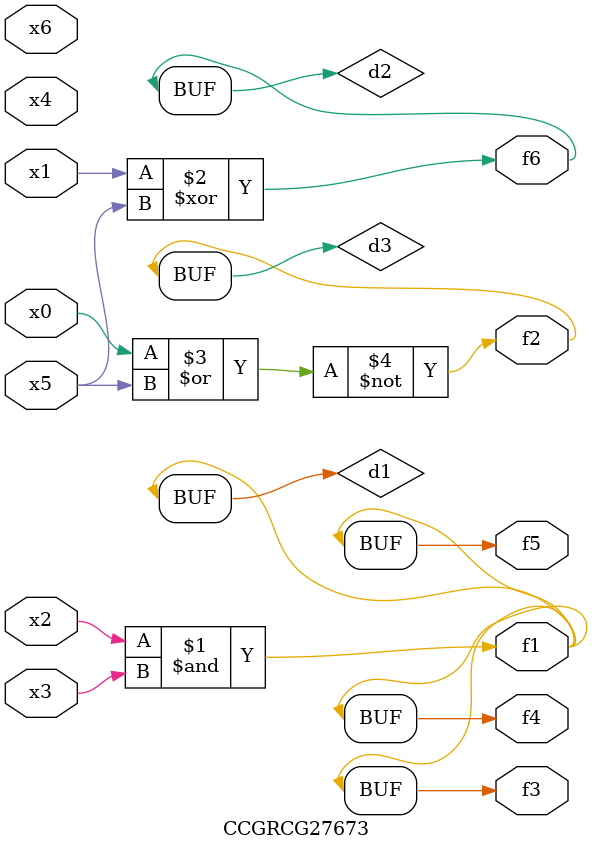
<source format=v>
module CCGRCG27673(
	input x0, x1, x2, x3, x4, x5, x6,
	output f1, f2, f3, f4, f5, f6
);

	wire d1, d2, d3;

	and (d1, x2, x3);
	xor (d2, x1, x5);
	nor (d3, x0, x5);
	assign f1 = d1;
	assign f2 = d3;
	assign f3 = d1;
	assign f4 = d1;
	assign f5 = d1;
	assign f6 = d2;
endmodule

</source>
